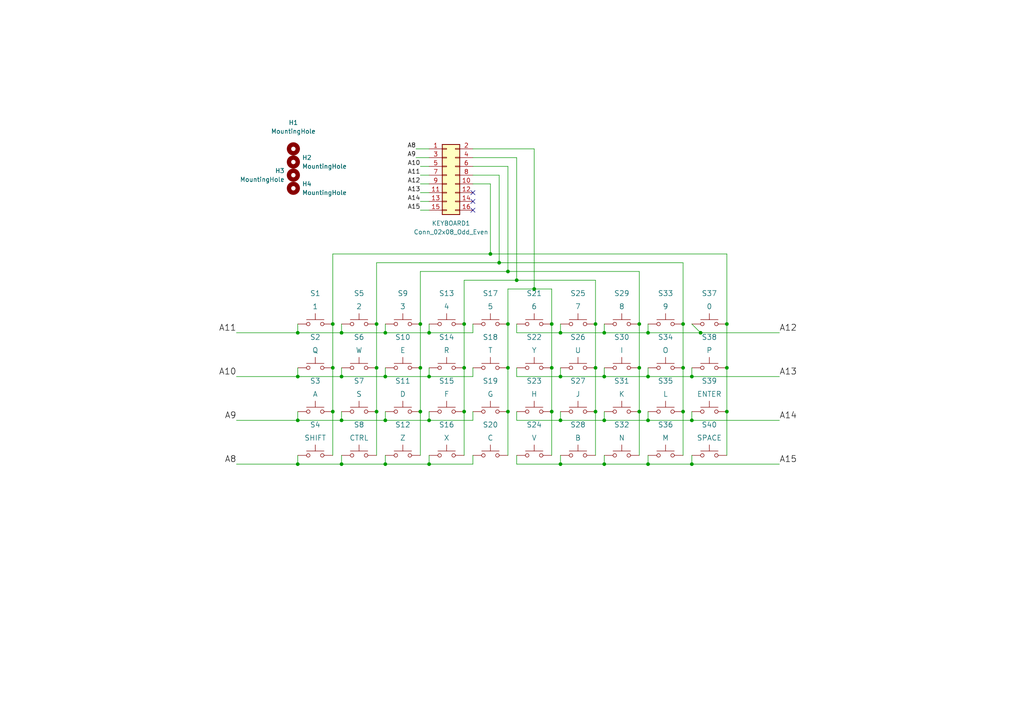
<source format=kicad_sch>
(kicad_sch (version 20211123) (generator eeschema)
  (paper "A4")
  (title_block (title "ACE2NOKB") (date "2019-09-27") (rev "Beta") (company "Ontobus") (comment 1 "John Bradley") (comment 2 "https://creativecommons.org/licenses/by-nc-sa/4.0/") (comment 3 "Attribution-NonCommercial-ShareAlike 4.0 International License.") (comment 4 "This work is licensed under a Creative Commons "))
  (lib_symbols
    (symbol "Connector_Generic:Conn_02x08_Odd_Even" (pin_names (offset 1.016) hide)
      (property "Reference" "J" (at 1.27 10.16 0))
      (property "Value" "Conn_02x08_Odd_Even" (at 1.27 -12.7 0))
      (symbol "Conn_02x08_Odd_Even_1_1"
        (rectangle (start -1.27 -10.033) (end 0 -10.287) (stroke (width 0.1524)))
        (rectangle (start -1.27 -7.493) (end 0 -7.747) (stroke (width 0.1524)))
        (rectangle (start -1.27 -4.953) (end 0 -5.207) (stroke (width 0.1524)))
        (rectangle (start -1.27 -2.413) (end 0 -2.667) (stroke (width 0.1524)))
        (rectangle (start -1.27 0.127) (end 0 -0.127) (stroke (width 0.1524)))
        (rectangle (start -1.27 2.667) (end 0 2.413) (stroke (width 0.1524)))
        (rectangle (start -1.27 5.207) (end 0 4.953) (stroke (width 0.1524)))
        (rectangle (start -1.27 7.747) (end 0 7.493) (stroke (width 0.1524)))
        (rectangle (start -1.27 8.89) (end 3.81 -11.43) (stroke (width 0.254)) (fill (type background)))
        (rectangle (start 3.81 -10.033) (end 2.54 -10.287) (stroke (width 0.1524)))
        (rectangle (start 3.81 -7.493) (end 2.54 -7.747) (stroke (width 0.1524)))
        (rectangle (start 3.81 -4.953) (end 2.54 -5.207) (stroke (width 0.1524)))
        (rectangle (start 3.81 -2.413) (end 2.54 -2.667) (stroke (width 0.1524)))
        (rectangle (start 3.81 0.127) (end 2.54 -0.127) (stroke (width 0.1524)))
        (rectangle (start 3.81 2.667) (end 2.54 2.413) (stroke (width 0.1524)))
        (rectangle (start 3.81 5.207) (end 2.54 4.953) (stroke (width 0.1524)))
        (rectangle (start 3.81 7.747) (end 2.54 7.493) (stroke (width 0.1524)))
        (pin passive line (at -5.08 7.62 0) (length 3.81) (name "Pin_1") (number "1"))
        (pin passive line (at 7.62 -2.54 180) (length 3.81) (name "Pin_10") (number "10"))
        (pin passive line (at -5.08 -5.08 0) (length 3.81) (name "Pin_11") (number "11"))
        (pin passive line (at 7.62 -5.08 180) (length 3.81) (name "Pin_12") (number "12"))
        (pin passive line (at -5.08 -7.62 0) (length 3.81) (name "Pin_13") (number "13"))
        (pin passive line (at 7.62 -7.62 180) (length 3.81) (name "Pin_14") (number "14"))
        (pin passive line (at -5.08 -10.16 0) (length 3.81) (name "Pin_15") (number "15"))
        (pin passive line (at 7.62 -10.16 180) (length 3.81) (name "Pin_16") (number "16"))
        (pin passive line (at 7.62 7.62 180) (length 3.81) (name "Pin_2") (number "2"))
        (pin passive line (at -5.08 5.08 0) (length 3.81) (name "Pin_3") (number "3"))
        (pin passive line (at 7.62 5.08 180) (length 3.81) (name "Pin_4") (number "4"))
        (pin passive line (at -5.08 2.54 0) (length 3.81) (name "Pin_5") (number "5"))
        (pin passive line (at 7.62 2.54 180) (length 3.81) (name "Pin_6") (number "6"))
        (pin passive line (at -5.08 0 0) (length 3.81) (name "Pin_7") (number "7"))
        (pin passive line (at 7.62 0 180) (length 3.81) (name "Pin_8") (number "8"))
        (pin passive line (at -5.08 -2.54 0) (length 3.81) (name "Pin_9") (number "9"))
      )
    )
    (symbol "Mechanical:MountingHole" (pin_names (offset 1.016))
      (property "Reference" "H" (at 0 5.08 0))
      (property "Value" "MountingHole" (at 0 3.175 0))
      (symbol "MountingHole_0_1"
        (circle (center 0 0) (radius 1.27) (stroke (width 1.27)))
      )
    )
    (symbol "Switch:SW_Push" (pin_numbers hide) (pin_names (offset 1.016) hide)
      (property "Reference" "SW" (at 1.27 2.54 0))
      (property "Value" "SW_Push" (at 0 -1.524 0))
      (symbol "SW_Push_0_1"
        (circle (center -2.032 0) (radius 0.508))
        (polyline (pts (xy 0 1.27) (xy 0 3.048)))
        (polyline (pts (xy 2.54 1.27) (xy -2.54 1.27)))
        (circle (center 2.032 0) (radius 0.508))
        (pin passive line (at -5.08 0 0) (length 2.54) (name "1") (number "1"))
        (pin passive line (at 5.08 0 180) (length 2.54) (name "2") (number "2"))
      )
    )
  )
  (junction (at 160.02 119.38))
  (junction (at 142.24 73.66))
  (junction (at 99.06 96.52))
  (junction (at 187.96 96.52))
  (junction (at 86.36 96.52))
  (junction (at 172.72 106.68))
  (junction (at 86.36 134.62))
  (junction (at 109.22 119.38))
  (junction (at 124.46 96.52))
  (junction (at 210.82 119.38))
  (junction (at 172.72 119.38))
  (junction (at 210.82 93.98))
  (junction (at 96.52 93.98))
  (junction (at 144.78 76.2))
  (junction (at 109.22 93.98))
  (junction (at 86.36 121.92))
  (junction (at 162.56 134.62))
  (junction (at 124.46 134.62))
  (junction (at 200.66 109.22))
  (junction (at 198.12 93.98))
  (junction (at 111.76 96.52))
  (junction (at 198.12 119.38))
  (junction (at 187.96 134.62))
  (junction (at 147.32 93.98))
  (junction (at 149.86 81.28))
  (junction (at 162.56 109.22))
  (junction (at 99.06 134.62))
  (junction (at 124.46 121.92))
  (junction (at 172.72 93.98))
  (junction (at 111.76 121.92))
  (junction (at 147.32 119.38))
  (junction (at 200.66 121.92))
  (junction (at 134.62 119.38))
  (junction (at 147.32 78.74))
  (junction (at 160.02 106.68))
  (junction (at 162.56 96.52))
  (junction (at 134.62 106.68))
  (junction (at 175.26 109.22))
  (junction (at 162.56 121.92))
  (junction (at 175.26 134.62))
  (junction (at 154.94 83.82))
  (junction (at 187.96 121.92))
  (junction (at 99.06 121.92))
  (junction (at 111.76 134.62))
  (junction (at 96.52 106.68))
  (junction (at 187.96 109.22))
  (junction (at 203.2 96.52))
  (junction (at 175.26 96.52))
  (junction (at 185.42 106.68))
  (junction (at 109.22 106.68))
  (junction (at 121.92 106.68))
  (junction (at 185.42 93.98))
  (junction (at 124.46 109.22))
  (junction (at 121.92 119.38))
  (junction (at 210.82 106.68))
  (junction (at 198.12 106.68))
  (junction (at 175.26 121.92))
  (junction (at 99.06 109.22))
  (junction (at 111.76 109.22))
  (junction (at 200.66 134.62))
  (junction (at 134.62 93.98))
  (junction (at 96.52 119.38))
  (junction (at 147.32 106.68))
  (junction (at 185.42 119.38))
  (junction (at 160.02 93.98))
  (junction (at 86.36 109.22))
  (junction (at 121.92 93.98))
  (no_connect (at 137.16 55.88))
  (no_connect (at 137.16 60.96))
  (no_connect (at 137.16 58.42))
  (wire (pts (xy 200.66 109.22) (xy 226.06 109.22)))
  (wire (pts (xy 109.22 76.2) (xy 109.22 93.98)))
  (wire (pts (xy 187.96 96.52) (xy 203.2 96.52)))
  (wire (pts (xy 109.22 119.38) (xy 109.22 132.08)))
  (wire (pts (xy 162.56 93.98) (xy 162.56 96.52)))
  (wire (pts (xy 154.94 83.82) (xy 147.32 83.82)))
  (wire (pts (xy 86.36 132.08) (xy 86.36 134.62)))
  (wire (pts (xy 162.56 119.38) (xy 162.56 121.92)))
  (wire (pts (xy 86.36 106.68) (xy 86.36 109.22)))
  (wire (pts (xy 121.92 106.68) (xy 121.92 119.38)))
  (wire (pts (xy 99.06 134.62) (xy 86.36 134.62)))
  (wire (pts (xy 187.96 106.68) (xy 187.96 109.22)))
  (wire (pts (xy 210.82 93.98) (xy 210.82 106.68)))
  (wire (pts (xy 149.86 132.08) (xy 149.86 134.62)))
  (wire (pts (xy 111.76 121.92) (xy 99.06 121.92)))
  (wire (pts (xy 68.58 121.92) (xy 86.36 121.92)))
  (wire (pts (xy 210.82 106.68) (xy 210.82 119.38)))
  (wire (pts (xy 124.46 106.68) (xy 124.46 109.22)))
  (wire (pts (xy 99.06 119.38) (xy 99.06 121.92)))
  (wire (pts (xy 187.96 121.92) (xy 200.66 121.92)))
  (wire (pts (xy 187.96 132.08) (xy 187.96 134.62)))
  (wire (pts (xy 137.16 53.34) (xy 142.24 53.34)))
  (wire (pts (xy 198.12 106.68) (xy 198.12 119.38)))
  (wire (pts (xy 149.86 45.72) (xy 149.86 81.28)))
  (wire (pts (xy 154.94 43.18) (xy 154.94 83.82)))
  (wire (pts (xy 111.76 106.68) (xy 111.76 109.22)))
  (wire (pts (xy 175.26 121.92) (xy 187.96 121.92)))
  (wire (pts (xy 96.52 73.66) (xy 96.52 93.98)))
  (wire (pts (xy 187.96 134.62) (xy 200.66 134.62)))
  (wire (pts (xy 124.46 55.88) (xy 121.92 55.88)))
  (wire (pts (xy 198.12 76.2) (xy 198.12 93.98)))
  (wire (pts (xy 185.42 106.68) (xy 185.42 119.38)))
  (wire (pts (xy 175.26 109.22) (xy 187.96 109.22)))
  (wire (pts (xy 137.16 134.62) (xy 124.46 134.62)))
  (wire (pts (xy 149.86 96.52) (xy 162.56 96.52)))
  (wire (pts (xy 124.46 53.34) (xy 121.92 53.34)))
  (wire (pts (xy 137.16 132.08) (xy 137.16 134.62)))
  (wire (pts (xy 160.02 119.38) (xy 160.02 132.08)))
  (wire (pts (xy 149.86 121.92) (xy 162.56 121.92)))
  (wire (pts (xy 111.76 96.52) (xy 99.06 96.52)))
  (wire (pts (xy 187.96 119.38) (xy 187.96 121.92)))
  (wire (pts (xy 175.26 132.08) (xy 175.26 134.62)))
  (wire (pts (xy 99.06 106.68) (xy 99.06 109.22)))
  (wire (pts (xy 124.46 45.72) (xy 120.65 45.72)))
  (wire (pts (xy 149.86 119.38) (xy 149.86 121.92)))
  (wire (pts (xy 210.82 119.38) (xy 210.82 132.08)))
  (wire (pts (xy 175.26 119.38) (xy 175.26 121.92)))
  (wire (pts (xy 149.86 93.98) (xy 149.86 96.52)))
  (wire (pts (xy 198.12 93.98) (xy 198.12 106.68)))
  (wire (pts (xy 200.66 132.08) (xy 200.66 134.62)))
  (wire (pts (xy 162.56 109.22) (xy 175.26 109.22)))
  (wire (pts (xy 200.66 134.62) (xy 226.06 134.62)))
  (wire (pts (xy 198.12 119.38) (xy 198.12 132.08)))
  (wire (pts (xy 142.24 73.66) (xy 210.82 73.66)))
  (wire (pts (xy 137.16 48.26) (xy 147.32 48.26)))
  (wire (pts (xy 160.02 83.82) (xy 160.02 93.98)))
  (wire (pts (xy 124.46 48.26) (xy 121.92 48.26)))
  (wire (pts (xy 200.66 106.68) (xy 200.66 109.22)))
  (wire (pts (xy 111.76 132.08) (xy 111.76 134.62)))
  (wire (pts (xy 185.42 119.38) (xy 185.42 132.08)))
  (wire (pts (xy 68.58 134.62) (xy 86.36 134.62)))
  (wire (pts (xy 134.62 93.98) (xy 134.62 106.68)))
  (wire (pts (xy 68.58 109.22) (xy 86.36 109.22)))
  (wire (pts (xy 121.92 119.38) (xy 121.92 132.08)))
  (wire (pts (xy 200.66 119.38) (xy 200.66 121.92)))
  (wire (pts (xy 160.02 106.68) (xy 160.02 119.38)))
  (wire (pts (xy 137.16 45.72) (xy 149.86 45.72)))
  (wire (pts (xy 99.06 96.52) (xy 86.36 96.52)))
  (wire (pts (xy 124.46 58.42) (xy 121.92 58.42)))
  (wire (pts (xy 111.76 134.62) (xy 99.06 134.62)))
  (wire (pts (xy 172.72 81.28) (xy 172.72 93.98)))
  (wire (pts (xy 175.26 96.52) (xy 187.96 96.52)))
  (wire (pts (xy 99.06 132.08) (xy 99.06 134.62)))
  (wire (pts (xy 86.36 93.98) (xy 86.36 96.52)))
  (wire (pts (xy 124.46 109.22) (xy 137.16 109.22)))
  (wire (pts (xy 162.56 106.68) (xy 162.56 109.22)))
  (wire (pts (xy 124.46 93.98) (xy 124.46 96.52)))
  (wire (pts (xy 172.72 93.98) (xy 172.72 106.68)))
  (wire (pts (xy 134.62 81.28) (xy 134.62 93.98)))
  (wire (pts (xy 124.46 60.96) (xy 121.92 60.96)))
  (wire (pts (xy 175.26 134.62) (xy 187.96 134.62)))
  (wire (pts (xy 147.32 78.74) (xy 185.42 78.74)))
  (wire (pts (xy 111.76 119.38) (xy 111.76 121.92)))
  (wire (pts (xy 187.96 109.22) (xy 200.66 109.22)))
  (wire (pts (xy 210.82 73.66) (xy 210.82 93.98)))
  (wire (pts (xy 147.32 83.82) (xy 147.32 93.98)))
  (wire (pts (xy 121.92 78.74) (xy 147.32 78.74)))
  (wire (pts (xy 96.52 93.98) (xy 96.52 106.68)))
  (wire (pts (xy 121.92 93.98) (xy 121.92 106.68)))
  (wire (pts (xy 147.32 119.38) (xy 147.32 132.08)))
  (wire (pts (xy 137.16 96.52) (xy 124.46 96.52)))
  (wire (pts (xy 134.62 81.28) (xy 149.86 81.28)))
  (wire (pts (xy 160.02 83.82) (xy 154.94 83.82)))
  (wire (pts (xy 99.06 121.92) (xy 86.36 121.92)))
  (wire (pts (xy 172.72 119.38) (xy 172.72 132.08)))
  (wire (pts (xy 160.02 93.98) (xy 160.02 106.68)))
  (wire (pts (xy 124.46 132.08) (xy 124.46 134.62)))
  (wire (pts (xy 134.62 119.38) (xy 134.62 132.08)))
  (wire (pts (xy 137.16 43.18) (xy 154.94 43.18)))
  (wire (pts (xy 147.32 106.68) (xy 147.32 119.38)))
  (wire (pts (xy 200.66 93.98) (xy 203.2 96.52)))
  (wire (pts (xy 185.42 78.74) (xy 185.42 93.98)))
  (wire (pts (xy 149.86 81.28) (xy 172.72 81.28)))
  (wire (pts (xy 99.06 93.98) (xy 99.06 96.52)))
  (wire (pts (xy 137.16 121.92) (xy 124.46 121.92)))
  (wire (pts (xy 200.66 121.92) (xy 226.06 121.92)))
  (wire (pts (xy 172.72 106.68) (xy 172.72 119.38)))
  (wire (pts (xy 175.26 93.98) (xy 175.26 96.52)))
  (wire (pts (xy 137.16 50.8) (xy 144.78 50.8)))
  (wire (pts (xy 111.76 93.98) (xy 111.76 96.52)))
  (wire (pts (xy 162.56 134.62) (xy 175.26 134.62)))
  (wire (pts (xy 96.52 119.38) (xy 96.52 132.08)))
  (wire (pts (xy 203.2 96.52) (xy 226.06 96.52)))
  (wire (pts (xy 86.36 109.22) (xy 99.06 109.22)))
  (wire (pts (xy 109.22 106.68) (xy 109.22 119.38)))
  (wire (pts (xy 137.16 119.38) (xy 137.16 121.92)))
  (wire (pts (xy 144.78 76.2) (xy 198.12 76.2)))
  (wire (pts (xy 185.42 93.98) (xy 185.42 106.68)))
  (wire (pts (xy 142.24 53.34) (xy 142.24 73.66)))
  (wire (pts (xy 86.36 119.38) (xy 86.36 121.92)))
  (wire (pts (xy 124.46 119.38) (xy 124.46 121.92)))
  (wire (pts (xy 96.52 73.66) (xy 142.24 73.66)))
  (wire (pts (xy 147.32 48.26) (xy 147.32 78.74)))
  (wire (pts (xy 162.56 96.52) (xy 175.26 96.52)))
  (wire (pts (xy 134.62 106.68) (xy 134.62 119.38)))
  (wire (pts (xy 144.78 50.8) (xy 144.78 76.2)))
  (wire (pts (xy 96.52 106.68) (xy 96.52 119.38)))
  (wire (pts (xy 109.22 93.98) (xy 109.22 106.68)))
  (wire (pts (xy 124.46 43.18) (xy 120.65 43.18)))
  (wire (pts (xy 121.92 78.74) (xy 121.92 93.98)))
  (wire (pts (xy 68.58 96.52) (xy 86.36 96.52)))
  (wire (pts (xy 162.56 132.08) (xy 162.56 134.62)))
  (wire (pts (xy 99.06 109.22) (xy 111.76 109.22)))
  (wire (pts (xy 162.56 121.92) (xy 175.26 121.92)))
  (wire (pts (xy 175.26 106.68) (xy 175.26 109.22)))
  (wire (pts (xy 124.46 50.8) (xy 121.92 50.8)))
  (wire (pts (xy 137.16 93.98) (xy 137.16 96.52)))
  (wire (pts (xy 149.86 134.62) (xy 162.56 134.62)))
  (wire (pts (xy 137.16 106.68) (xy 137.16 109.22)))
  (wire (pts (xy 147.32 93.98) (xy 147.32 106.68)))
  (wire (pts (xy 149.86 106.68) (xy 149.86 109.22)))
  (wire (pts (xy 149.86 109.22) (xy 162.56 109.22)))
  (wire (pts (xy 124.46 134.62) (xy 111.76 134.62)))
  (wire (pts (xy 187.96 93.98) (xy 187.96 96.52)))
  (wire (pts (xy 111.76 109.22) (xy 124.46 109.22)))
  (wire (pts (xy 109.22 76.2) (xy 144.78 76.2)))
  (wire (pts (xy 124.46 96.52) (xy 111.76 96.52)))
  (wire (pts (xy 124.46 121.92) (xy 111.76 121.92)))
  (label "A11" (at 121.92 50.8 180))
  (label "A12" (at 226.06 96.52 0) (effects (font (size 1.778 1.778))))
  (label "A13" (at 226.06 109.22 0) (effects (font (size 1.778 1.778))))
  (label "A11" (at 68.58 96.52 180) (effects (font (size 1.778 1.778))))
  (label "A14" (at 121.92 58.42 180))
  (label "A15" (at 226.06 134.62 0) (effects (font (size 1.778 1.778))))
  (label "A8" (at 120.65 43.18 180))
  (label "A8" (at 68.58 134.62 180) (effects (font (size 1.778 1.778))))
  (label "A10" (at 68.58 109.22 180) (effects (font (size 1.778 1.778))))
  (label "A12" (at 121.92 53.34 180))
  (label "A10" (at 121.92 48.26 180))
  (label "A14" (at 226.06 121.92 0) (effects (font (size 1.778 1.778))))
  (label "A9" (at 68.58 121.92 180) (effects (font (size 1.778 1.778))))
  (label "A13" (at 121.92 55.88 180))
  (label "A9" (at 120.65 45.72 180))
  (label "A15" (at 121.92 60.96 180))
  (symbol (lib_id "Switch:SW_Push") (at 142.24 93.98 0) (unit 1)
    (property "Reference" "S17" (at 142.24 85.09 0) (effects (font (size 1.4986 1.4986))))
    (property "Value" "5" (at 142.24 88.9 0) (effects (font (size 1.4986 1.4986))))
    (property "Footprint" "Button_Switch_Keyboard:SW_Cherry_MX_1.00u_PCB" (effects hide))
  )
  (symbol (lib_id "Switch:SW_Push") (at 180.34 106.68 0) (unit 1)
    (property "Reference" "S30" (at 180.34 97.79 0) (effects (font (size 1.4986 1.4986))))
    (property "Value" "I" (at 180.34 101.6 0) (effects (font (size 1.4986 1.4986))))
    (property "Footprint" "Button_Switch_Keyboard:SW_Cherry_MX_1.00u_PCB" (effects hide))
  )
  (symbol (lib_id "Switch:SW_Push") (at 116.84 106.68 0) (unit 1)
    (property "Reference" "S10" (at 116.84 97.79 0) (effects (font (size 1.4986 1.4986))))
    (property "Value" "E" (at 116.84 101.6 0) (effects (font (size 1.4986 1.4986))))
    (property "Footprint" "Button_Switch_Keyboard:SW_Cherry_MX_1.00u_PCB" (effects hide))
  )
  (symbol (lib_id "Switch:SW_Push") (at 205.74 106.68 0) (unit 1)
    (property "Reference" "S38" (at 205.74 97.79 0) (effects (font (size 1.4986 1.4986))))
    (property "Value" "P" (at 205.74 101.6 0) (effects (font (size 1.4986 1.4986))))
    (property "Footprint" "Button_Switch_Keyboard:SW_Cherry_MX_1.00u_PCB" (effects hide))
  )
  (symbol (lib_id "Switch:SW_Push") (at 129.54 119.38 0) (unit 1)
    (property "Reference" "S15" (at 129.54 110.49 0) (effects (font (size 1.4986 1.4986))))
    (property "Value" "F" (at 129.54 114.3 0) (effects (font (size 1.4986 1.4986))))
    (property "Footprint" "Button_Switch_Keyboard:SW_Cherry_MX_1.00u_PCB" (effects hide))
  )
  (symbol (lib_id "Switch:SW_Push") (at 142.24 106.68 0) (unit 1)
    (property "Reference" "S18" (at 142.24 97.79 0) (effects (font (size 1.4986 1.4986))))
    (property "Value" "T" (at 142.24 101.6 0) (effects (font (size 1.4986 1.4986))))
    (property "Footprint" "Button_Switch_Keyboard:SW_Cherry_MX_1.00u_PCB" (effects hide))
  )
  (symbol (lib_id "Switch:SW_Push") (at 193.04 106.68 0) (unit 1)
    (property "Reference" "S34" (at 193.04 97.79 0) (effects (font (size 1.4986 1.4986))))
    (property "Value" "O" (at 193.04 101.6 0) (effects (font (size 1.4986 1.4986))))
    (property "Footprint" "Button_Switch_Keyboard:SW_Cherry_MX_1.00u_PCB" (effects hide))
  )
  (symbol (lib_id "Switch:SW_Push") (at 180.34 119.38 0) (unit 1)
    (property "Reference" "S31" (at 180.34 110.49 0) (effects (font (size 1.4986 1.4986))))
    (property "Value" "K" (at 180.34 114.3 0) (effects (font (size 1.4986 1.4986))))
    (property "Footprint" "Button_Switch_Keyboard:SW_Cherry_MX_1.00u_PCB" (effects hide))
  )
  (symbol (lib_id "Switch:SW_Push") (at 154.94 132.08 0) (unit 1)
    (property "Reference" "S24" (at 154.94 123.19 0) (effects (font (size 1.4986 1.4986))))
    (property "Value" "V" (at 154.94 127 0) (effects (font (size 1.4986 1.4986))))
    (property "Footprint" "Button_Switch_Keyboard:SW_Cherry_MX_1.00u_PCB" (effects hide))
  )
  (symbol (lib_id "Switch:SW_Push") (at 180.34 93.98 0) (unit 1)
    (property "Reference" "S29" (at 180.34 85.09 0) (effects (font (size 1.4986 1.4986))))
    (property "Value" "8" (at 180.34 88.9 0) (effects (font (size 1.4986 1.4986))))
    (property "Footprint" "Button_Switch_Keyboard:SW_Cherry_MX_1.00u_PCB" (effects hide))
  )
  (symbol (lib_id "Switch:SW_Push") (at 91.44 132.08 0) (unit 1)
    (property "Reference" "S4" (at 91.44 123.19 0) (effects (font (size 1.4986 1.4986))))
    (property "Value" "SHIFT" (at 91.44 127 0) (effects (font (size 1.4986 1.4986))))
    (property "Footprint" "Button_Switch_Keyboard:SW_Cherry_MX_1.00u_PCB" (effects hide))
  )
  (symbol (lib_id "Switch:SW_Push") (at 154.94 106.68 0) (unit 1)
    (property "Reference" "S22" (at 154.94 97.79 0) (effects (font (size 1.4986 1.4986))))
    (property "Value" "Y" (at 154.94 101.6 0) (effects (font (size 1.4986 1.4986))))
    (property "Footprint" "Button_Switch_Keyboard:SW_Cherry_MX_1.00u_PCB" (effects hide))
  )
  (symbol (lib_id "Switch:SW_Push") (at 167.64 93.98 0) (unit 1)
    (property "Reference" "S25" (at 167.64 85.09 0) (effects (font (size 1.4986 1.4986))))
    (property "Value" "7" (at 167.64 88.9 0) (effects (font (size 1.4986 1.4986))))
    (property "Footprint" "Button_Switch_Keyboard:SW_Cherry_MX_1.00u_PCB" (effects hide))
  )
  (symbol (lib_id "Switch:SW_Push") (at 116.84 132.08 0) (unit 1)
    (property "Reference" "S12" (at 116.84 123.19 0) (effects (font (size 1.4986 1.4986))))
    (property "Value" "Z" (at 116.84 127 0) (effects (font (size 1.4986 1.4986))))
    (property "Footprint" "Button_Switch_Keyboard:SW_Cherry_MX_1.00u_PCB" (effects hide))
  )
  (symbol (lib_id "Switch:SW_Push") (at 205.74 132.08 0) (unit 1)
    (property "Reference" "S40" (at 205.74 123.19 0) (effects (font (size 1.4986 1.4986))))
    (property "Value" "SPACE" (at 205.74 127 0) (effects (font (size 1.4986 1.4986))))
    (property "Footprint" "Button_Switch_Keyboard:SW_Cherry_MX_1.00u_PCB" (effects hide))
  )
  (symbol (lib_id "Switch:SW_Push") (at 91.44 106.68 0) (unit 1)
    (property "Reference" "S2" (at 91.44 97.79 0) (effects (font (size 1.4986 1.4986))))
    (property "Value" "Q" (at 91.44 101.6 0) (effects (font (size 1.4986 1.4986))))
    (property "Footprint" "Button_Switch_Keyboard:SW_Cherry_MX_1.00u_PCB" (effects hide))
  )
  (symbol (lib_id "Mechanical:MountingHole") (at 85.09 43.18 0) (unit 1)
    (property "Reference" "H1" (at 85.09 35.56 0))
    (property "Value" "MountingHole" (at 85.09 38.1 0))
    (property "Footprint" "MountingHole:MountingHole_2.5mm" (effects hide))
  )
  (symbol (lib_id "Mechanical:MountingHole") (at 85.09 46.99 0) (unit 1)
    (property "Reference" "H2" (at 87.63 45.7199 0) (effects (justify left)))
    (property "Value" "MountingHole" (at 87.63 48.2599 0) (effects (justify left)))
    (property "Footprint" "MountingHole:MountingHole_2.5mm" (effects hide))
  )
  (symbol (lib_id "Mechanical:MountingHole") (at 85.09 50.8 0) (unit 1)
    (property "Reference" "H3" (at 82.55 49.5299 0) (effects (justify right)))
    (property "Value" "MountingHole" (at 82.55 52.0699 0) (effects (justify right)))
    (property "Footprint" "MountingHole:MountingHole_2.5mm" (effects hide))
  )
  (symbol (lib_id "Mechanical:MountingHole") (at 85.09 54.61 0) (unit 1)
    (property "Reference" "H4" (at 87.63 53.3399 0) (effects (justify left)))
    (property "Value" "MountingHole" (at 87.63 55.8799 0) (effects (justify left)))
    (property "Footprint" "MountingHole:MountingHole_2.5mm" (effects hide))
  )
  (symbol (lib_id "Switch:SW_Push") (at 116.84 93.98 0) (unit 1)
    (property "Reference" "S9" (at 116.84 85.09 0) (effects (font (size 1.4986 1.4986))))
    (property "Value" "3" (at 116.84 88.9 0) (effects (font (size 1.4986 1.4986))))
    (property "Footprint" "Button_Switch_Keyboard:SW_Cherry_MX_1.00u_PCB" (effects hide))
  )
  (symbol (lib_id "Connector_Generic:Conn_02x08_Odd_Even") (at 129.54 50.8 0) (unit 1)
    (property "Reference" "KEYBOARD1" (at 130.81 64.77 0))
    (property "Value" "Conn_02x08_Odd_Even" (at 130.81 67.31 0))
    (property "Footprint" "Connector_PinHeader_2.54mm:PinHeader_2x08_P2.54mm_Vertical" (effects hide))
  )
  (symbol (lib_id "Switch:SW_Push") (at 154.94 93.98 0) (unit 1)
    (property "Reference" "S21" (at 154.94 85.09 0) (effects (font (size 1.4986 1.4986))))
    (property "Value" "6" (at 154.94 88.9 0) (effects (font (size 1.4986 1.4986))))
    (property "Footprint" "Button_Switch_Keyboard:SW_Cherry_MX_1.00u_PCB" (effects hide))
  )
  (symbol (lib_id "Switch:SW_Push") (at 205.74 93.98 0) (unit 1)
    (property "Reference" "S37" (at 205.74 85.09 0) (effects (font (size 1.4986 1.4986))))
    (property "Value" "0" (at 205.74 88.9 0) (effects (font (size 1.4986 1.4986))))
    (property "Footprint" "Button_Switch_Keyboard:SW_Cherry_MX_1.00u_PCB" (effects hide))
  )
  (symbol (lib_id "Switch:SW_Push") (at 129.54 93.98 0) (unit 1)
    (property "Reference" "S13" (at 129.54 85.09 0) (effects (font (size 1.4986 1.4986))))
    (property "Value" "4" (at 129.54 88.9 0) (effects (font (size 1.4986 1.4986))))
    (property "Footprint" "Button_Switch_Keyboard:SW_Cherry_MX_1.00u_PCB" (effects hide))
  )
  (symbol (lib_id "Switch:SW_Push") (at 91.44 93.98 0) (unit 1)
    (property "Reference" "S1" (at 91.44 85.09 0) (effects (font (size 1.4986 1.4986))))
    (property "Value" "1" (at 91.44 88.9 0) (effects (font (size 1.4986 1.4986))))
    (property "Footprint" "Button_Switch_Keyboard:SW_Cherry_MX_1.00u_PCB" (effects hide))
  )
  (symbol (lib_id "Switch:SW_Push") (at 180.34 132.08 0) (unit 1)
    (property "Reference" "S32" (at 180.34 123.19 0) (effects (font (size 1.4986 1.4986))))
    (property "Value" "N" (at 180.34 127 0) (effects (font (size 1.4986 1.4986))))
    (property "Footprint" "Button_Switch_Keyboard:SW_Cherry_MX_1.00u_PCB" (effects hide))
  )
  (symbol (lib_id "Switch:SW_Push") (at 193.04 93.98 0) (unit 1)
    (property "Reference" "S33" (at 193.04 85.09 0) (effects (font (size 1.4986 1.4986))))
    (property "Value" "9" (at 193.04 88.9 0) (effects (font (size 1.4986 1.4986))))
    (property "Footprint" "Button_Switch_Keyboard:SW_Cherry_MX_1.00u_PCB" (effects hide))
  )
  (symbol (lib_id "Switch:SW_Push") (at 193.04 132.08 0) (unit 1)
    (property "Reference" "S36" (at 193.04 123.19 0) (effects (font (size 1.4986 1.4986))))
    (property "Value" "M" (at 193.04 127 0) (effects (font (size 1.4986 1.4986))))
    (property "Footprint" "Button_Switch_Keyboard:SW_Cherry_MX_1.00u_PCB" (effects hide))
  )
  (symbol (lib_id "Switch:SW_Push") (at 193.04 119.38 0) (unit 1)
    (property "Reference" "S35" (at 193.04 110.49 0) (effects (font (size 1.4986 1.4986))))
    (property "Value" "L" (at 193.04 114.3 0) (effects (font (size 1.4986 1.4986))))
    (property "Footprint" "Button_Switch_Keyboard:SW_Cherry_MX_1.00u_PCB" (effects hide))
  )
  (symbol (lib_id "Switch:SW_Push") (at 142.24 132.08 0) (unit 1)
    (property "Reference" "S20" (at 142.24 123.19 0) (effects (font (size 1.4986 1.4986))))
    (property "Value" "C" (at 142.24 127 0) (effects (font (size 1.4986 1.4986))))
    (property "Footprint" "Button_Switch_Keyboard:SW_Cherry_MX_1.00u_PCB" (effects hide))
  )
  (symbol (lib_id "Switch:SW_Push") (at 154.94 119.38 0) (unit 1)
    (property "Reference" "S23" (at 154.94 110.49 0) (effects (font (size 1.4986 1.4986))))
    (property "Value" "H" (at 154.94 114.3 0) (effects (font (size 1.4986 1.4986))))
    (property "Footprint" "Button_Switch_Keyboard:SW_Cherry_MX_1.00u_PCB" (effects hide))
  )
  (symbol (lib_id "Switch:SW_Push") (at 167.64 106.68 0) (unit 1)
    (property "Reference" "S26" (at 167.64 97.79 0) (effects (font (size 1.4986 1.4986))))
    (property "Value" "U" (at 167.64 101.6 0) (effects (font (size 1.4986 1.4986))))
    (property "Footprint" "Button_Switch_Keyboard:SW_Cherry_MX_1.00u_PCB" (effects hide))
  )
  (symbol (lib_id "Switch:SW_Push") (at 205.74 119.38 0) (unit 1)
    (property "Reference" "S39" (at 205.74 110.49 0) (effects (font (size 1.4986 1.4986))))
    (property "Value" "ENTER" (at 205.74 114.3 0) (effects (font (size 1.4986 1.4986))))
    (property "Footprint" "Button_Switch_Keyboard:SW_Cherry_MX_1.00u_PCB" (effects hide))
  )
  (symbol (lib_id "Switch:SW_Push") (at 142.24 119.38 0) (unit 1)
    (property "Reference" "S19" (at 142.24 110.49 0) (effects (font (size 1.4986 1.4986))))
    (property "Value" "G" (at 142.24 114.3 0) (effects (font (size 1.4986 1.4986))))
    (property "Footprint" "Button_Switch_Keyboard:SW_Cherry_MX_1.00u_PCB" (effects hide))
  )
  (symbol (lib_id "Switch:SW_Push") (at 167.64 132.08 0) (unit 1)
    (property "Reference" "S28" (at 167.64 123.19 0) (effects (font (size 1.4986 1.4986))))
    (property "Value" "B" (at 167.64 127 0) (effects (font (size 1.4986 1.4986))))
    (property "Footprint" "Button_Switch_Keyboard:SW_Cherry_MX_1.00u_PCB" (effects hide))
  )
  (symbol (lib_id "Switch:SW_Push") (at 116.84 119.38 0) (unit 1)
    (property "Reference" "S11" (at 116.84 110.49 0) (effects (font (size 1.4986 1.4986))))
    (property "Value" "D" (at 116.84 114.3 0) (effects (font (size 1.4986 1.4986))))
    (property "Footprint" "Button_Switch_Keyboard:SW_Cherry_MX_1.00u_PCB" (effects hide))
  )
  (symbol (lib_id "Switch:SW_Push") (at 167.64 119.38 0) (unit 1)
    (property "Reference" "S27" (at 167.64 110.49 0) (effects (font (size 1.4986 1.4986))))
    (property "Value" "J" (at 167.64 114.3 0) (effects (font (size 1.4986 1.4986))))
    (property "Footprint" "Button_Switch_Keyboard:SW_Cherry_MX_1.00u_PCB" (effects hide))
  )
  (symbol (lib_id "Switch:SW_Push") (at 129.54 132.08 0) (unit 1)
    (property "Reference" "S16" (at 129.54 123.19 0) (effects (font (size 1.4986 1.4986))))
    (property "Value" "X" (at 129.54 127 0) (effects (font (size 1.4986 1.4986))))
    (property "Footprint" "Button_Switch_Keyboard:SW_Cherry_MX_1.00u_PCB" (effects hide))
  )
  (symbol (lib_id "Switch:SW_Push") (at 104.14 106.68 0) (unit 1)
    (property "Reference" "S6" (at 104.14 97.79 0) (effects (font (size 1.4986 1.4986))))
    (property "Value" "W" (at 104.14 101.6 0) (effects (font (size 1.4986 1.4986))))
    (property "Footprint" "Button_Switch_Keyboard:SW_Cherry_MX_1.00u_PCB" (effects hide))
  )
  (symbol (lib_id "Switch:SW_Push") (at 104.14 132.08 0) (unit 1)
    (property "Reference" "S8" (at 104.14 123.19 0) (effects (font (size 1.4986 1.4986))))
    (property "Value" "CTRL" (at 104.14 127 0) (effects (font (size 1.4986 1.4986))))
    (property "Footprint" "Button_Switch_Keyboard:SW_Cherry_MX_1.00u_PCB" (effects hide))
  )
  (symbol (lib_id "Switch:SW_Push") (at 104.14 119.38 0) (unit 1)
    (property "Reference" "S7" (at 104.14 110.49 0) (effects (font (size 1.4986 1.4986))))
    (property "Value" "S" (at 104.14 114.3 0) (effects (font (size 1.4986 1.4986))))
    (property "Footprint" "Button_Switch_Keyboard:SW_Cherry_MX_1.00u_PCB" (effects hide))
  )
  (symbol (lib_id "Switch:SW_Push") (at 104.14 93.98 0) (unit 1)
    (property "Reference" "S5" (at 104.14 85.09 0) (effects (font (size 1.4986 1.4986))))
    (property "Value" "2" (at 104.14 88.9 0) (effects (font (size 1.4986 1.4986))))
    (property "Footprint" "Button_Switch_Keyboard:SW_Cherry_MX_1.00u_PCB" (effects hide))
  )
  (symbol (lib_id "Switch:SW_Push") (at 129.54 106.68 0) (unit 1)
    (property "Reference" "S14" (at 129.54 97.79 0) (effects (font (size 1.4986 1.4986))))
    (property "Value" "R" (at 129.54 101.6 0) (effects (font (size 1.4986 1.4986))))
    (property "Footprint" "Button_Switch_Keyboard:SW_Cherry_MX_1.00u_PCB" (effects hide))
  )
  (symbol (lib_id "Switch:SW_Push") (at 91.44 119.38 0) (unit 1)
    (property "Reference" "S3" (at 91.44 110.49 0) (effects (font (size 1.4986 1.4986))))
    (property "Value" "A" (at 91.44 114.3 0) (effects (font (size 1.4986 1.4986))))
    (property "Footprint" "Button_Switch_Keyboard:SW_Cherry_MX_1.00u_PCB" (effects hide))
  )
)
</source>
